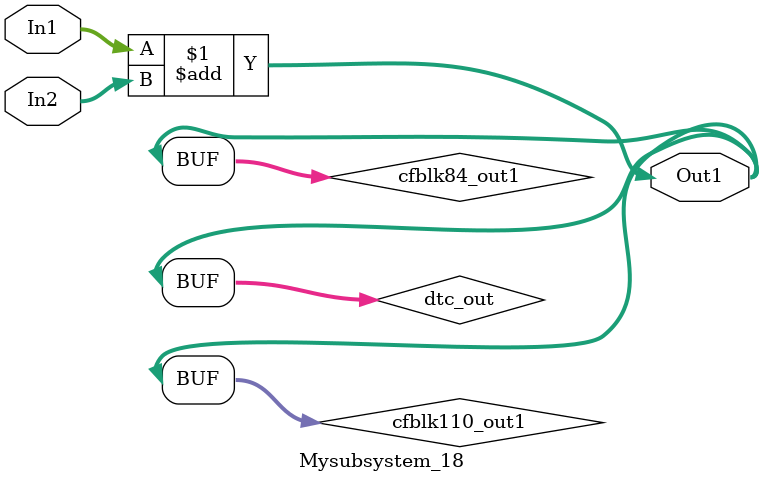
<source format=v>



`timescale 1 ns / 1 ns

module Mysubsystem_18
          (In1,
           In2,
           Out1);


  input   [7:0] In1;  // uint8
  input   [7:0] In2;  // uint8
  output  [7:0] Out1;  // uint8


  wire [7:0] cfblk110_out1;  // uint8
  wire [7:0] dtc_out;  // ufix8
  wire [7:0] cfblk84_out1;  // uint8


  assign cfblk110_out1 = In1 + In2;



  assign dtc_out = cfblk110_out1;



  assign cfblk84_out1 = dtc_out;



  assign Out1 = cfblk84_out1;

endmodule  // Mysubsystem_18


</source>
